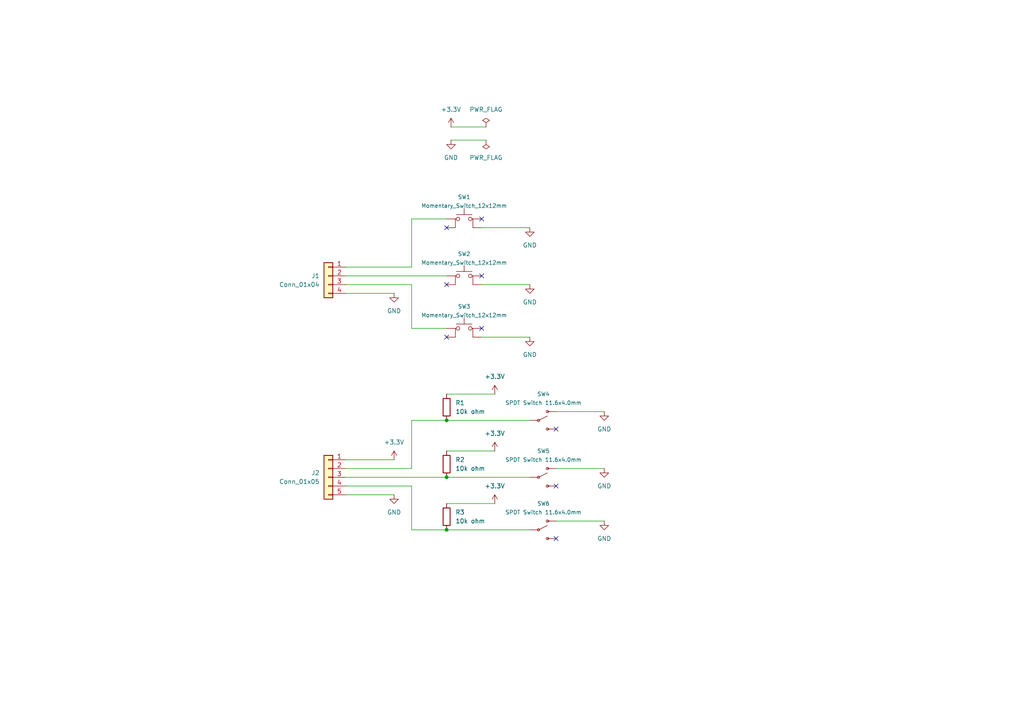
<source format=kicad_sch>
(kicad_sch
	(version 20231120)
	(generator "eeschema")
	(generator_version "8.0")
	(uuid "8f49586a-a357-465f-a327-467aa88bce75")
	(paper "A4")
	(title_block
		(title "SwitchesModule")
		(date "2024-04-26")
		(rev "v0.1")
		(comment 1 "PSH Portable Smart Hangboard")
		(comment 2 "April 2024")
	)
	(lib_symbols
		(symbol "Connector_Generic:Conn_01x04"
			(pin_names
				(offset 1.016) hide)
			(exclude_from_sim no)
			(in_bom yes)
			(on_board yes)
			(property "Reference" "J"
				(at 0 5.08 0)
				(effects
					(font
						(size 1.27 1.27)
					)
				)
			)
			(property "Value" "Conn_01x04"
				(at 0 -7.62 0)
				(effects
					(font
						(size 1.27 1.27)
					)
				)
			)
			(property "Footprint" ""
				(at 0 0 0)
				(effects
					(font
						(size 1.27 1.27)
					)
					(hide yes)
				)
			)
			(property "Datasheet" "~"
				(at 0 0 0)
				(effects
					(font
						(size 1.27 1.27)
					)
					(hide yes)
				)
			)
			(property "Description" "Generic connector, single row, 01x04, script generated (kicad-library-utils/schlib/autogen/connector/)"
				(at 0 0 0)
				(effects
					(font
						(size 1.27 1.27)
					)
					(hide yes)
				)
			)
			(property "ki_keywords" "connector"
				(at 0 0 0)
				(effects
					(font
						(size 1.27 1.27)
					)
					(hide yes)
				)
			)
			(property "ki_fp_filters" "Connector*:*_1x??_*"
				(at 0 0 0)
				(effects
					(font
						(size 1.27 1.27)
					)
					(hide yes)
				)
			)
			(symbol "Conn_01x04_1_1"
				(rectangle
					(start -1.27 -4.953)
					(end 0 -5.207)
					(stroke
						(width 0.1524)
						(type default)
					)
					(fill
						(type none)
					)
				)
				(rectangle
					(start -1.27 -2.413)
					(end 0 -2.667)
					(stroke
						(width 0.1524)
						(type default)
					)
					(fill
						(type none)
					)
				)
				(rectangle
					(start -1.27 0.127)
					(end 0 -0.127)
					(stroke
						(width 0.1524)
						(type default)
					)
					(fill
						(type none)
					)
				)
				(rectangle
					(start -1.27 2.667)
					(end 0 2.413)
					(stroke
						(width 0.1524)
						(type default)
					)
					(fill
						(type none)
					)
				)
				(rectangle
					(start -1.27 3.81)
					(end 1.27 -6.35)
					(stroke
						(width 0.254)
						(type default)
					)
					(fill
						(type background)
					)
				)
				(pin passive line
					(at -5.08 2.54 0)
					(length 3.81)
					(name "Pin_1"
						(effects
							(font
								(size 1.27 1.27)
							)
						)
					)
					(number "1"
						(effects
							(font
								(size 1.27 1.27)
							)
						)
					)
				)
				(pin passive line
					(at -5.08 0 0)
					(length 3.81)
					(name "Pin_2"
						(effects
							(font
								(size 1.27 1.27)
							)
						)
					)
					(number "2"
						(effects
							(font
								(size 1.27 1.27)
							)
						)
					)
				)
				(pin passive line
					(at -5.08 -2.54 0)
					(length 3.81)
					(name "Pin_3"
						(effects
							(font
								(size 1.27 1.27)
							)
						)
					)
					(number "3"
						(effects
							(font
								(size 1.27 1.27)
							)
						)
					)
				)
				(pin passive line
					(at -5.08 -5.08 0)
					(length 3.81)
					(name "Pin_4"
						(effects
							(font
								(size 1.27 1.27)
							)
						)
					)
					(number "4"
						(effects
							(font
								(size 1.27 1.27)
							)
						)
					)
				)
			)
		)
		(symbol "Connector_Generic:Conn_01x05"
			(pin_names
				(offset 1.016) hide)
			(exclude_from_sim no)
			(in_bom yes)
			(on_board yes)
			(property "Reference" "J"
				(at 0 7.62 0)
				(effects
					(font
						(size 1.27 1.27)
					)
				)
			)
			(property "Value" "Conn_01x05"
				(at 0 -7.62 0)
				(effects
					(font
						(size 1.27 1.27)
					)
				)
			)
			(property "Footprint" ""
				(at 0 0 0)
				(effects
					(font
						(size 1.27 1.27)
					)
					(hide yes)
				)
			)
			(property "Datasheet" "~"
				(at 0 0 0)
				(effects
					(font
						(size 1.27 1.27)
					)
					(hide yes)
				)
			)
			(property "Description" "Generic connector, single row, 01x05, script generated (kicad-library-utils/schlib/autogen/connector/)"
				(at 0 0 0)
				(effects
					(font
						(size 1.27 1.27)
					)
					(hide yes)
				)
			)
			(property "ki_keywords" "connector"
				(at 0 0 0)
				(effects
					(font
						(size 1.27 1.27)
					)
					(hide yes)
				)
			)
			(property "ki_fp_filters" "Connector*:*_1x??_*"
				(at 0 0 0)
				(effects
					(font
						(size 1.27 1.27)
					)
					(hide yes)
				)
			)
			(symbol "Conn_01x05_1_1"
				(rectangle
					(start -1.27 -4.953)
					(end 0 -5.207)
					(stroke
						(width 0.1524)
						(type default)
					)
					(fill
						(type none)
					)
				)
				(rectangle
					(start -1.27 -2.413)
					(end 0 -2.667)
					(stroke
						(width 0.1524)
						(type default)
					)
					(fill
						(type none)
					)
				)
				(rectangle
					(start -1.27 0.127)
					(end 0 -0.127)
					(stroke
						(width 0.1524)
						(type default)
					)
					(fill
						(type none)
					)
				)
				(rectangle
					(start -1.27 2.667)
					(end 0 2.413)
					(stroke
						(width 0.1524)
						(type default)
					)
					(fill
						(type none)
					)
				)
				(rectangle
					(start -1.27 5.207)
					(end 0 4.953)
					(stroke
						(width 0.1524)
						(type default)
					)
					(fill
						(type none)
					)
				)
				(rectangle
					(start -1.27 6.35)
					(end 1.27 -6.35)
					(stroke
						(width 0.254)
						(type default)
					)
					(fill
						(type background)
					)
				)
				(pin passive line
					(at -5.08 5.08 0)
					(length 3.81)
					(name "Pin_1"
						(effects
							(font
								(size 1.27 1.27)
							)
						)
					)
					(number "1"
						(effects
							(font
								(size 1.27 1.27)
							)
						)
					)
				)
				(pin passive line
					(at -5.08 2.54 0)
					(length 3.81)
					(name "Pin_2"
						(effects
							(font
								(size 1.27 1.27)
							)
						)
					)
					(number "2"
						(effects
							(font
								(size 1.27 1.27)
							)
						)
					)
				)
				(pin passive line
					(at -5.08 0 0)
					(length 3.81)
					(name "Pin_3"
						(effects
							(font
								(size 1.27 1.27)
							)
						)
					)
					(number "3"
						(effects
							(font
								(size 1.27 1.27)
							)
						)
					)
				)
				(pin passive line
					(at -5.08 -2.54 0)
					(length 3.81)
					(name "Pin_4"
						(effects
							(font
								(size 1.27 1.27)
							)
						)
					)
					(number "4"
						(effects
							(font
								(size 1.27 1.27)
							)
						)
					)
				)
				(pin passive line
					(at -5.08 -5.08 0)
					(length 3.81)
					(name "Pin_5"
						(effects
							(font
								(size 1.27 1.27)
							)
						)
					)
					(number "5"
						(effects
							(font
								(size 1.27 1.27)
							)
						)
					)
				)
			)
		)
		(symbol "Device:R"
			(pin_numbers hide)
			(pin_names
				(offset 0)
			)
			(exclude_from_sim no)
			(in_bom yes)
			(on_board yes)
			(property "Reference" "R"
				(at 2.032 0 90)
				(effects
					(font
						(size 1.27 1.27)
					)
				)
			)
			(property "Value" "R"
				(at 0 0 90)
				(effects
					(font
						(size 1.27 1.27)
					)
				)
			)
			(property "Footprint" ""
				(at -1.778 0 90)
				(effects
					(font
						(size 1.27 1.27)
					)
					(hide yes)
				)
			)
			(property "Datasheet" "~"
				(at 0 0 0)
				(effects
					(font
						(size 1.27 1.27)
					)
					(hide yes)
				)
			)
			(property "Description" "Resistor"
				(at 0 0 0)
				(effects
					(font
						(size 1.27 1.27)
					)
					(hide yes)
				)
			)
			(property "ki_keywords" "R res resistor"
				(at 0 0 0)
				(effects
					(font
						(size 1.27 1.27)
					)
					(hide yes)
				)
			)
			(property "ki_fp_filters" "R_*"
				(at 0 0 0)
				(effects
					(font
						(size 1.27 1.27)
					)
					(hide yes)
				)
			)
			(symbol "R_0_1"
				(rectangle
					(start -1.016 -2.54)
					(end 1.016 2.54)
					(stroke
						(width 0.254)
						(type default)
					)
					(fill
						(type none)
					)
				)
			)
			(symbol "R_1_1"
				(pin passive line
					(at 0 3.81 270)
					(length 1.27)
					(name "~"
						(effects
							(font
								(size 1.27 1.27)
							)
						)
					)
					(number "1"
						(effects
							(font
								(size 1.27 1.27)
							)
						)
					)
				)
				(pin passive line
					(at 0 -3.81 90)
					(length 1.27)
					(name "~"
						(effects
							(font
								(size 1.27 1.27)
							)
						)
					)
					(number "2"
						(effects
							(font
								(size 1.27 1.27)
							)
						)
					)
				)
			)
		)
		(symbol "Momentary Switch 12x12mm:Momentary_Switch_12x12mm"
			(pin_numbers hide)
			(pin_names
				(offset 1.016) hide)
			(exclude_from_sim no)
			(in_bom yes)
			(on_board yes)
			(property "Reference" "SW"
				(at -1.27 3.81 0)
				(effects
					(font
						(size 1.143 1.143)
					)
					(justify left bottom)
				)
			)
			(property "Value" "Momentary_Switch_12x12mm"
				(at -12.7 -6.35 0)
				(effects
					(font
						(size 1.143 1.143)
					)
					(justify left bottom)
				)
			)
			(property "Footprint" "Footprints:Momentary Switch 12x12mm"
				(at 0 6.35 0)
				(effects
					(font
						(size 0.508 0.508)
					)
					(hide yes)
				)
			)
			(property "Datasheet" ""
				(at 0 0 0)
				(effects
					(font
						(size 1.27 1.27)
					)
					(hide yes)
				)
			)
			(property "Description" ""
				(at 0 3.81 0)
				(effects
					(font
						(size 1.524 1.524)
					)
				)
			)
			(property "ki_keywords" "PROD_ID:SWCH-09185"
				(at 0 0 0)
				(effects
					(font
						(size 1.27 1.27)
					)
					(hide yes)
				)
			)
			(property "ki_fp_filters" "*TACTILE_SWITCH_PTH_12MM* *TACTILE_SWITCH_SMD_5.2MM* *TACTILE_SWITCH_SMD_12MM*"
				(at 0 0 0)
				(effects
					(font
						(size 1.27 1.27)
					)
					(hide yes)
				)
			)
			(symbol "Momentary_Switch_12x12mm_0_1"
				(circle
					(center -1.778 0)
					(radius 0.508)
					(stroke
						(width 0)
						(type default)
					)
					(fill
						(type none)
					)
				)
				(polyline
					(pts
						(xy -2.286 1.27) (xy 2.286 1.27)
					)
					(stroke
						(width 0)
						(type default)
					)
					(fill
						(type none)
					)
				)
				(polyline
					(pts
						(xy 0 1.27) (xy 0 3.048)
					)
					(stroke
						(width 0)
						(type default)
					)
					(fill
						(type none)
					)
				)
				(polyline
					(pts
						(xy -2.54 -2.54) (xy -2.54 0) (xy -2.286 0)
					)
					(stroke
						(width 0)
						(type default)
					)
					(fill
						(type none)
					)
				)
				(polyline
					(pts
						(xy 2.54 -2.54) (xy 2.54 0) (xy 2.286 0)
					)
					(stroke
						(width 0)
						(type default)
					)
					(fill
						(type none)
					)
				)
				(circle
					(center 1.778 0)
					(radius 0.508)
					(stroke
						(width 0)
						(type default)
					)
					(fill
						(type none)
					)
				)
				(pin passive line
					(at -5.08 0 0)
					(length 2.54)
					(name "1"
						(effects
							(font
								(size 1.27 1.27)
							)
						)
					)
					(number "1"
						(effects
							(font
								(size 1.27 1.27)
							)
						)
					)
				)
				(pin passive line
					(at -5.08 -2.54 0)
					(length 2.54)
					(name "2"
						(effects
							(font
								(size 1.27 1.27)
							)
						)
					)
					(number "2"
						(effects
							(font
								(size 1.27 1.27)
							)
						)
					)
				)
				(pin passive line
					(at 5.08 -2.54 180)
					(length 2.54)
					(name "K"
						(effects
							(font
								(size 1.27 1.27)
							)
						)
					)
					(number "3"
						(effects
							(font
								(size 1.27 1.27)
							)
						)
					)
				)
				(pin passive line
					(at 5.08 0 180)
					(length 2.54)
					(name "A"
						(effects
							(font
								(size 1.27 1.27)
							)
						)
					)
					(number "4"
						(effects
							(font
								(size 1.27 1.27)
							)
						)
					)
				)
			)
		)
		(symbol "SPDT Switch 11.6x4.0mm:SPDT Switch 11.6x4.0mm"
			(pin_numbers hide)
			(pin_names
				(offset 1.016) hide)
			(exclude_from_sim no)
			(in_bom yes)
			(on_board yes)
			(property "Reference" "SW"
				(at -1.27 3.81 0)
				(effects
					(font
						(size 1.143 1.143)
					)
					(justify left bottom)
				)
			)
			(property "Value" "SPDT Switch 11.6x4.0mm"
				(at -12.7 -5.08 0)
				(effects
					(font
						(size 1.143 1.143)
					)
					(justify left bottom)
				)
			)
			(property "Footprint" "Footprints:SPDT Switch 11.6x4.0mm"
				(at 0 6.35 0)
				(effects
					(font
						(size 0.508 0.508)
					)
					(hide yes)
				)
			)
			(property "Datasheet" ""
				(at 0 0 0)
				(effects
					(font
						(size 1.27 1.27)
					)
					(hide yes)
				)
			)
			(property "Description" ""
				(at 0 7.62 0)
				(effects
					(font
						(size 1.524 1.524)
					)
				)
			)
			(property "ki_keywords" "PROD_ID:SWCH-08261"
				(at 0 0 0)
				(effects
					(font
						(size 1.27 1.27)
					)
					(hide yes)
				)
			)
			(property "ki_fp_filters" "*SWITCH_SPDT_PTH_11.6X4.0MM* *SWITCH_SPDT_PTH_11.6X4.0MM_KIT* *SWITCH_SPDT_PTH_11.6X4.0MM_LOCK* *SWITCH_DPDT_SMD_AYZ0202* *SWITCH_SPST_SMD_A*"
				(at 0 0 0)
				(effects
					(font
						(size 1.27 1.27)
					)
					(hide yes)
				)
			)
			(symbol "SPDT Switch 11.6x4.0mm_1_0"
				(polyline
					(pts
						(xy 0 0) (xy 2.54 1.27)
					)
					(stroke
						(width 0)
						(type solid)
					)
					(fill
						(type none)
					)
				)
				(polyline
					(pts
						(xy 2.54 -2.54) (xy 3.175 -2.54)
					)
					(stroke
						(width 0)
						(type solid)
					)
					(fill
						(type none)
					)
				)
				(polyline
					(pts
						(xy 2.54 2.54) (xy 3.175 2.54)
					)
					(stroke
						(width 0)
						(type solid)
					)
					(fill
						(type none)
					)
				)
			)
			(symbol "SPDT Switch 11.6x4.0mm_1_1"
				(circle
					(center 0 0)
					(radius 0.3556)
					(stroke
						(width 0)
						(type solid)
					)
					(fill
						(type none)
					)
				)
				(circle
					(center 2.54 -2.54)
					(radius 0.3556)
					(stroke
						(width 0)
						(type solid)
					)
					(fill
						(type none)
					)
				)
				(circle
					(center 2.54 2.54)
					(radius 0.3556)
					(stroke
						(width 0)
						(type solid)
					)
					(fill
						(type none)
					)
				)
				(pin passive line
					(at 5.08 2.54 180)
					(length 2.54)
					(name "O"
						(effects
							(font
								(size 1.016 1.016)
							)
						)
					)
					(number "1"
						(effects
							(font
								(size 1.016 1.016)
							)
						)
					)
				)
				(pin passive line
					(at -2.54 0 0)
					(length 2.54)
					(name "P"
						(effects
							(font
								(size 1.016 1.016)
							)
						)
					)
					(number "2"
						(effects
							(font
								(size 1.016 1.016)
							)
						)
					)
				)
				(pin passive line
					(at 5.08 -2.54 180)
					(length 2.54)
					(name "S"
						(effects
							(font
								(size 1.016 1.016)
							)
						)
					)
					(number "3"
						(effects
							(font
								(size 1.016 1.016)
							)
						)
					)
				)
			)
		)
		(symbol "power:+3.3V"
			(power)
			(pin_numbers hide)
			(pin_names
				(offset 0) hide)
			(exclude_from_sim no)
			(in_bom yes)
			(on_board yes)
			(property "Reference" "#PWR"
				(at 0 -3.81 0)
				(effects
					(font
						(size 1.27 1.27)
					)
					(hide yes)
				)
			)
			(property "Value" "+3.3V"
				(at 0 3.556 0)
				(effects
					(font
						(size 1.27 1.27)
					)
				)
			)
			(property "Footprint" ""
				(at 0 0 0)
				(effects
					(font
						(size 1.27 1.27)
					)
					(hide yes)
				)
			)
			(property "Datasheet" ""
				(at 0 0 0)
				(effects
					(font
						(size 1.27 1.27)
					)
					(hide yes)
				)
			)
			(property "Description" "Power symbol creates a global label with name \"+3.3V\""
				(at 0 0 0)
				(effects
					(font
						(size 1.27 1.27)
					)
					(hide yes)
				)
			)
			(property "ki_keywords" "global power"
				(at 0 0 0)
				(effects
					(font
						(size 1.27 1.27)
					)
					(hide yes)
				)
			)
			(symbol "+3.3V_0_1"
				(polyline
					(pts
						(xy -0.762 1.27) (xy 0 2.54)
					)
					(stroke
						(width 0)
						(type default)
					)
					(fill
						(type none)
					)
				)
				(polyline
					(pts
						(xy 0 0) (xy 0 2.54)
					)
					(stroke
						(width 0)
						(type default)
					)
					(fill
						(type none)
					)
				)
				(polyline
					(pts
						(xy 0 2.54) (xy 0.762 1.27)
					)
					(stroke
						(width 0)
						(type default)
					)
					(fill
						(type none)
					)
				)
			)
			(symbol "+3.3V_1_1"
				(pin power_in line
					(at 0 0 90)
					(length 0)
					(name "~"
						(effects
							(font
								(size 1.27 1.27)
							)
						)
					)
					(number "1"
						(effects
							(font
								(size 1.27 1.27)
							)
						)
					)
				)
			)
		)
		(symbol "power:GND"
			(power)
			(pin_numbers hide)
			(pin_names
				(offset 0) hide)
			(exclude_from_sim no)
			(in_bom yes)
			(on_board yes)
			(property "Reference" "#PWR"
				(at 0 -6.35 0)
				(effects
					(font
						(size 1.27 1.27)
					)
					(hide yes)
				)
			)
			(property "Value" "GND"
				(at 0 -3.81 0)
				(effects
					(font
						(size 1.27 1.27)
					)
				)
			)
			(property "Footprint" ""
				(at 0 0 0)
				(effects
					(font
						(size 1.27 1.27)
					)
					(hide yes)
				)
			)
			(property "Datasheet" ""
				(at 0 0 0)
				(effects
					(font
						(size 1.27 1.27)
					)
					(hide yes)
				)
			)
			(property "Description" "Power symbol creates a global label with name \"GND\" , ground"
				(at 0 0 0)
				(effects
					(font
						(size 1.27 1.27)
					)
					(hide yes)
				)
			)
			(property "ki_keywords" "global power"
				(at 0 0 0)
				(effects
					(font
						(size 1.27 1.27)
					)
					(hide yes)
				)
			)
			(symbol "GND_0_1"
				(polyline
					(pts
						(xy 0 0) (xy 0 -1.27) (xy 1.27 -1.27) (xy 0 -2.54) (xy -1.27 -1.27) (xy 0 -1.27)
					)
					(stroke
						(width 0)
						(type default)
					)
					(fill
						(type none)
					)
				)
			)
			(symbol "GND_1_1"
				(pin power_in line
					(at 0 0 270)
					(length 0)
					(name "~"
						(effects
							(font
								(size 1.27 1.27)
							)
						)
					)
					(number "1"
						(effects
							(font
								(size 1.27 1.27)
							)
						)
					)
				)
			)
		)
		(symbol "power:PWR_FLAG"
			(power)
			(pin_numbers hide)
			(pin_names
				(offset 0) hide)
			(exclude_from_sim no)
			(in_bom yes)
			(on_board yes)
			(property "Reference" "#FLG"
				(at 0 1.905 0)
				(effects
					(font
						(size 1.27 1.27)
					)
					(hide yes)
				)
			)
			(property "Value" "PWR_FLAG"
				(at 0 3.81 0)
				(effects
					(font
						(size 1.27 1.27)
					)
				)
			)
			(property "Footprint" ""
				(at 0 0 0)
				(effects
					(font
						(size 1.27 1.27)
					)
					(hide yes)
				)
			)
			(property "Datasheet" "~"
				(at 0 0 0)
				(effects
					(font
						(size 1.27 1.27)
					)
					(hide yes)
				)
			)
			(property "Description" "Special symbol for telling ERC where power comes from"
				(at 0 0 0)
				(effects
					(font
						(size 1.27 1.27)
					)
					(hide yes)
				)
			)
			(property "ki_keywords" "flag power"
				(at 0 0 0)
				(effects
					(font
						(size 1.27 1.27)
					)
					(hide yes)
				)
			)
			(symbol "PWR_FLAG_0_0"
				(pin power_out line
					(at 0 0 90)
					(length 0)
					(name "~"
						(effects
							(font
								(size 1.27 1.27)
							)
						)
					)
					(number "1"
						(effects
							(font
								(size 1.27 1.27)
							)
						)
					)
				)
			)
			(symbol "PWR_FLAG_0_1"
				(polyline
					(pts
						(xy 0 0) (xy 0 1.27) (xy -1.016 1.905) (xy 0 2.54) (xy 1.016 1.905) (xy 0 1.27)
					)
					(stroke
						(width 0)
						(type default)
					)
					(fill
						(type none)
					)
				)
			)
		)
	)
	(junction
		(at 129.54 153.67)
		(diameter 0)
		(color 0 0 0 0)
		(uuid "1d1cab65-1c30-4cb7-be27-66da3b2dabdf")
	)
	(junction
		(at 129.54 138.43)
		(diameter 0)
		(color 0 0 0 0)
		(uuid "523ff23f-f7b4-49bb-aad0-bcce30bc2f15")
	)
	(junction
		(at 129.54 121.92)
		(diameter 0)
		(color 0 0 0 0)
		(uuid "c2ad66fe-33e5-44a9-9d1e-e02105f99286")
	)
	(no_connect
		(at 161.29 124.46)
		(uuid "0b32532b-04cf-4625-87ef-474796dd9552")
	)
	(no_connect
		(at 139.7 63.5)
		(uuid "14de5d9b-07ff-4a40-a93c-08c70b5aa8c9")
	)
	(no_connect
		(at 139.7 80.01)
		(uuid "8bb1b810-b17a-459a-9443-4decd662264e")
	)
	(no_connect
		(at 129.54 82.55)
		(uuid "94254cd4-6e18-4a56-ac5b-1453ed9e22f4")
	)
	(no_connect
		(at 161.29 156.21)
		(uuid "9b97c5a2-a9f6-421a-a846-b2deb9f6d81b")
	)
	(no_connect
		(at 139.7 95.25)
		(uuid "a1f27789-ca43-4d1d-8f4a-c1c1202baad9")
	)
	(no_connect
		(at 161.29 140.97)
		(uuid "b232c251-5ced-475d-8296-252c5a046055")
	)
	(no_connect
		(at 129.54 66.04)
		(uuid "c83d7e3c-c117-47fa-a23d-66e97fe530a7")
	)
	(no_connect
		(at 129.54 97.79)
		(uuid "c86dd3ed-66fa-41fa-906a-341109f24dfe")
	)
	(wire
		(pts
			(xy 129.54 130.81) (xy 143.51 130.81)
		)
		(stroke
			(width 0)
			(type default)
		)
		(uuid "1e9db7e5-f5a9-4418-a2e7-79b98e2eec10")
	)
	(wire
		(pts
			(xy 129.54 63.5) (xy 119.38 63.5)
		)
		(stroke
			(width 0)
			(type default)
		)
		(uuid "2cdd2cc6-6d97-4b81-8e3a-097f1aaa70f8")
	)
	(wire
		(pts
			(xy 161.29 151.13) (xy 175.26 151.13)
		)
		(stroke
			(width 0)
			(type default)
		)
		(uuid "339d7bea-5c78-4ed7-93ae-f705b961471f")
	)
	(wire
		(pts
			(xy 129.54 153.67) (xy 153.67 153.67)
		)
		(stroke
			(width 0)
			(type default)
		)
		(uuid "453c5296-b3dd-4ab5-acd9-9c3ff544359f")
	)
	(wire
		(pts
			(xy 119.38 121.92) (xy 129.54 121.92)
		)
		(stroke
			(width 0)
			(type default)
		)
		(uuid "46e3190e-5fb1-4ac3-a656-49ef2118589e")
	)
	(wire
		(pts
			(xy 100.33 80.01) (xy 129.54 80.01)
		)
		(stroke
			(width 0)
			(type default)
		)
		(uuid "503f4963-2a4d-4db8-a19d-8942b0f3cb2c")
	)
	(wire
		(pts
			(xy 119.38 135.89) (xy 119.38 121.92)
		)
		(stroke
			(width 0)
			(type default)
		)
		(uuid "518ca732-e188-4cb7-b45e-67fb22ea9215")
	)
	(wire
		(pts
			(xy 139.7 66.04) (xy 153.67 66.04)
		)
		(stroke
			(width 0)
			(type default)
		)
		(uuid "54e00b54-bede-4b91-b795-496a5ed4a710")
	)
	(wire
		(pts
			(xy 140.97 40.64) (xy 130.81 40.64)
		)
		(stroke
			(width 0)
			(type default)
		)
		(uuid "55702232-8314-4e0e-a1ce-ddbece816d67")
	)
	(wire
		(pts
			(xy 161.29 135.89) (xy 175.26 135.89)
		)
		(stroke
			(width 0)
			(type default)
		)
		(uuid "58db0496-56a8-46ec-acea-bfcdfb0f93a0")
	)
	(wire
		(pts
			(xy 140.97 36.83) (xy 130.81 36.83)
		)
		(stroke
			(width 0)
			(type default)
		)
		(uuid "5e6e930e-6b50-40f6-9c7f-199f05270a54")
	)
	(wire
		(pts
			(xy 129.54 121.92) (xy 153.67 121.92)
		)
		(stroke
			(width 0)
			(type default)
		)
		(uuid "625882f6-2ee4-4b6f-9b29-3954a7b9771c")
	)
	(wire
		(pts
			(xy 139.7 82.55) (xy 153.67 82.55)
		)
		(stroke
			(width 0)
			(type default)
		)
		(uuid "6501b354-7196-406e-bdb5-f4d31e857146")
	)
	(wire
		(pts
			(xy 161.29 119.38) (xy 175.26 119.38)
		)
		(stroke
			(width 0)
			(type default)
		)
		(uuid "6c599526-5721-4170-aebd-e4cd30425b30")
	)
	(wire
		(pts
			(xy 100.33 143.51) (xy 114.3 143.51)
		)
		(stroke
			(width 0)
			(type default)
		)
		(uuid "6e70a09a-5f8a-4ea6-bcc5-ead95e481b5e")
	)
	(wire
		(pts
			(xy 139.7 97.79) (xy 153.67 97.79)
		)
		(stroke
			(width 0)
			(type default)
		)
		(uuid "71839f0f-3176-432e-a892-26c7f50b0deb")
	)
	(wire
		(pts
			(xy 100.33 133.35) (xy 114.3 133.35)
		)
		(stroke
			(width 0)
			(type default)
		)
		(uuid "80046072-20fe-462a-bc28-a10ba4c1fcbb")
	)
	(wire
		(pts
			(xy 119.38 95.25) (xy 129.54 95.25)
		)
		(stroke
			(width 0)
			(type default)
		)
		(uuid "8eecd6eb-a31f-490b-a35c-2fc74c907dc3")
	)
	(wire
		(pts
			(xy 119.38 140.97) (xy 119.38 153.67)
		)
		(stroke
			(width 0)
			(type default)
		)
		(uuid "99bb05da-75b5-4942-8b76-9d83e50a0b99")
	)
	(wire
		(pts
			(xy 100.33 135.89) (xy 119.38 135.89)
		)
		(stroke
			(width 0)
			(type default)
		)
		(uuid "aeb13307-0093-49e1-a717-b4492d365973")
	)
	(wire
		(pts
			(xy 100.33 82.55) (xy 119.38 82.55)
		)
		(stroke
			(width 0)
			(type default)
		)
		(uuid "b63bc55a-8cab-4c30-ab25-bc8b43484668")
	)
	(wire
		(pts
			(xy 119.38 63.5) (xy 119.38 77.47)
		)
		(stroke
			(width 0)
			(type default)
		)
		(uuid "b95fb58b-244a-4a60-b02b-1a613383179c")
	)
	(wire
		(pts
			(xy 100.33 140.97) (xy 119.38 140.97)
		)
		(stroke
			(width 0)
			(type default)
		)
		(uuid "bb4510d1-d998-4fc9-92d1-6a4c401f5d07")
	)
	(wire
		(pts
			(xy 100.33 85.09) (xy 114.3 85.09)
		)
		(stroke
			(width 0)
			(type default)
		)
		(uuid "bc5ebc61-f018-430e-b78e-55ba98ff9a2a")
	)
	(wire
		(pts
			(xy 129.54 114.3) (xy 143.51 114.3)
		)
		(stroke
			(width 0)
			(type default)
		)
		(uuid "c024542b-f8a0-4b98-9798-73db024f1286")
	)
	(wire
		(pts
			(xy 129.54 138.43) (xy 153.67 138.43)
		)
		(stroke
			(width 0)
			(type default)
		)
		(uuid "c6ee5289-6a26-4cb8-a89a-5be66be4d374")
	)
	(wire
		(pts
			(xy 119.38 82.55) (xy 119.38 95.25)
		)
		(stroke
			(width 0)
			(type default)
		)
		(uuid "dea3a078-ebae-4be0-96f7-8e2dc3d02e41")
	)
	(wire
		(pts
			(xy 119.38 153.67) (xy 129.54 153.67)
		)
		(stroke
			(width 0)
			(type default)
		)
		(uuid "e09ec2eb-bf4d-413e-b873-fe0d947782e2")
	)
	(wire
		(pts
			(xy 119.38 77.47) (xy 100.33 77.47)
		)
		(stroke
			(width 0)
			(type default)
		)
		(uuid "e2bd0c12-ff2d-4bad-aaa1-67352de04918")
	)
	(wire
		(pts
			(xy 129.54 146.05) (xy 143.51 146.05)
		)
		(stroke
			(width 0)
			(type default)
		)
		(uuid "e3c718ba-208b-43fe-8f5b-75932863b703")
	)
	(wire
		(pts
			(xy 100.33 138.43) (xy 129.54 138.43)
		)
		(stroke
			(width 0)
			(type default)
		)
		(uuid "feb8ba01-c41e-4a6e-9a5b-d963077f8e62")
	)
	(symbol
		(lib_id "power:+3.3V")
		(at 114.3 133.35 0)
		(unit 1)
		(exclude_from_sim no)
		(in_bom yes)
		(on_board yes)
		(dnp no)
		(fields_autoplaced yes)
		(uuid "00aa984f-9e52-42d0-a599-363a5007f174")
		(property "Reference" "#PWR02"
			(at 114.3 137.16 0)
			(effects
				(font
					(size 1.27 1.27)
				)
				(hide yes)
			)
		)
		(property "Value" "+3.3V"
			(at 114.3 128.27 0)
			(effects
				(font
					(size 1.27 1.27)
				)
			)
		)
		(property "Footprint" ""
			(at 114.3 133.35 0)
			(effects
				(font
					(size 1.27 1.27)
				)
				(hide yes)
			)
		)
		(property "Datasheet" ""
			(at 114.3 133.35 0)
			(effects
				(font
					(size 1.27 1.27)
				)
				(hide yes)
			)
		)
		(property "Description" "Power symbol creates a global label with name \"+3.3V\""
			(at 114.3 133.35 0)
			(effects
				(font
					(size 1.27 1.27)
				)
				(hide yes)
			)
		)
		(pin "1"
			(uuid "bc44318d-3777-4bbb-bb0b-e7c5c7c70c87")
		)
		(instances
			(project "SwitchesModule"
				(path "/8f49586a-a357-465f-a327-467aa88bce75"
					(reference "#PWR02")
					(unit 1)
				)
			)
		)
	)
	(symbol
		(lib_id "power:GND")
		(at 114.3 143.51 0)
		(unit 1)
		(exclude_from_sim no)
		(in_bom yes)
		(on_board yes)
		(dnp no)
		(fields_autoplaced yes)
		(uuid "059a6c8e-c1ec-45bd-8905-81a1751a8a5e")
		(property "Reference" "#PWR03"
			(at 114.3 149.86 0)
			(effects
				(font
					(size 1.27 1.27)
				)
				(hide yes)
			)
		)
		(property "Value" "GND"
			(at 114.3 148.59 0)
			(effects
				(font
					(size 1.27 1.27)
				)
			)
		)
		(property "Footprint" ""
			(at 114.3 143.51 0)
			(effects
				(font
					(size 1.27 1.27)
				)
				(hide yes)
			)
		)
		(property "Datasheet" ""
			(at 114.3 143.51 0)
			(effects
				(font
					(size 1.27 1.27)
				)
				(hide yes)
			)
		)
		(property "Description" "Power symbol creates a global label with name \"GND\" , ground"
			(at 114.3 143.51 0)
			(effects
				(font
					(size 1.27 1.27)
				)
				(hide yes)
			)
		)
		(pin "1"
			(uuid "802438be-fec0-444f-82b2-665bcc5d526b")
		)
		(instances
			(project "SwitchesModule"
				(path "/8f49586a-a357-465f-a327-467aa88bce75"
					(reference "#PWR03")
					(unit 1)
				)
			)
		)
	)
	(symbol
		(lib_id "Device:R")
		(at 129.54 118.11 0)
		(unit 1)
		(exclude_from_sim no)
		(in_bom yes)
		(on_board yes)
		(dnp no)
		(fields_autoplaced yes)
		(uuid "144e6594-d18d-4a7d-b276-5e402b72e89f")
		(property "Reference" "R1"
			(at 132.08 116.8399 0)
			(effects
				(font
					(size 1.27 1.27)
				)
				(justify left)
			)
		)
		(property "Value" "10k ohm"
			(at 132.08 119.3799 0)
			(effects
				(font
					(size 1.27 1.27)
				)
				(justify left)
			)
		)
		(property "Footprint" "Resistor_THT:R_Axial_DIN0207_L6.3mm_D2.5mm_P7.62mm_Horizontal"
			(at 127.762 118.11 90)
			(effects
				(font
					(size 1.27 1.27)
				)
				(hide yes)
			)
		)
		(property "Datasheet" "~"
			(at 129.54 118.11 0)
			(effects
				(font
					(size 1.27 1.27)
				)
				(hide yes)
			)
		)
		(property "Description" "Resistor"
			(at 129.54 118.11 0)
			(effects
				(font
					(size 1.27 1.27)
				)
				(hide yes)
			)
		)
		(pin "1"
			(uuid "679b7f77-7ea2-485e-9db5-96358322f3b3")
		)
		(pin "2"
			(uuid "b6c393a5-ff99-4a04-bd2e-5e04356cec8b")
		)
		(instances
			(project "SwitchesModule"
				(path "/8f49586a-a357-465f-a327-467aa88bce75"
					(reference "R1")
					(unit 1)
				)
			)
		)
	)
	(symbol
		(lib_id "power:GND")
		(at 114.3 85.09 0)
		(unit 1)
		(exclude_from_sim no)
		(in_bom yes)
		(on_board yes)
		(dnp no)
		(fields_autoplaced yes)
		(uuid "1d9be361-006e-4908-a9af-84b97716b53a")
		(property "Reference" "#PWR01"
			(at 114.3 91.44 0)
			(effects
				(font
					(size 1.27 1.27)
				)
				(hide yes)
			)
		)
		(property "Value" "GND"
			(at 114.3 90.17 0)
			(effects
				(font
					(size 1.27 1.27)
				)
			)
		)
		(property "Footprint" ""
			(at 114.3 85.09 0)
			(effects
				(font
					(size 1.27 1.27)
				)
				(hide yes)
			)
		)
		(property "Datasheet" ""
			(at 114.3 85.09 0)
			(effects
				(font
					(size 1.27 1.27)
				)
				(hide yes)
			)
		)
		(property "Description" "Power symbol creates a global label with name \"GND\" , ground"
			(at 114.3 85.09 0)
			(effects
				(font
					(size 1.27 1.27)
				)
				(hide yes)
			)
		)
		(pin "1"
			(uuid "709d20fa-1dab-4064-8d64-d28b71c7b5b0")
		)
		(instances
			(project "SwitchesModule"
				(path "/8f49586a-a357-465f-a327-467aa88bce75"
					(reference "#PWR01")
					(unit 1)
				)
			)
		)
	)
	(symbol
		(lib_id "power:GND")
		(at 153.67 97.79 0)
		(unit 1)
		(exclude_from_sim no)
		(in_bom yes)
		(on_board yes)
		(dnp no)
		(fields_autoplaced yes)
		(uuid "27d3b8c6-9261-4249-bb39-05c82b32704f")
		(property "Reference" "#PWR011"
			(at 153.67 104.14 0)
			(effects
				(font
					(size 1.27 1.27)
				)
				(hide yes)
			)
		)
		(property "Value" "GND"
			(at 153.67 102.87 0)
			(effects
				(font
					(size 1.27 1.27)
				)
			)
		)
		(property "Footprint" ""
			(at 153.67 97.79 0)
			(effects
				(font
					(size 1.27 1.27)
				)
				(hide yes)
			)
		)
		(property "Datasheet" ""
			(at 153.67 97.79 0)
			(effects
				(font
					(size 1.27 1.27)
				)
				(hide yes)
			)
		)
		(property "Description" "Power symbol creates a global label with name \"GND\" , ground"
			(at 153.67 97.79 0)
			(effects
				(font
					(size 1.27 1.27)
				)
				(hide yes)
			)
		)
		(pin "1"
			(uuid "c84d3016-3843-4a65-97b4-0dff74df5ef0")
		)
		(instances
			(project "SwitchesModule"
				(path "/8f49586a-a357-465f-a327-467aa88bce75"
					(reference "#PWR011")
					(unit 1)
				)
			)
		)
	)
	(symbol
		(lib_id "power:+3.3V")
		(at 143.51 130.81 0)
		(unit 1)
		(exclude_from_sim no)
		(in_bom yes)
		(on_board yes)
		(dnp no)
		(fields_autoplaced yes)
		(uuid "2c5a4e26-c029-4120-a377-aa91352087d6")
		(property "Reference" "#PWR07"
			(at 143.51 134.62 0)
			(effects
				(font
					(size 1.27 1.27)
				)
				(hide yes)
			)
		)
		(property "Value" "+3.3V"
			(at 143.51 125.73 0)
			(effects
				(font
					(size 1.27 1.27)
				)
			)
		)
		(property "Footprint" ""
			(at 143.51 130.81 0)
			(effects
				(font
					(size 1.27 1.27)
				)
				(hide yes)
			)
		)
		(property "Datasheet" ""
			(at 143.51 130.81 0)
			(effects
				(font
					(size 1.27 1.27)
				)
				(hide yes)
			)
		)
		(property "Description" "Power symbol creates a global label with name \"+3.3V\""
			(at 143.51 130.81 0)
			(effects
				(font
					(size 1.27 1.27)
				)
				(hide yes)
			)
		)
		(pin "1"
			(uuid "628dd333-ad8f-426e-9419-d0a93f41d211")
		)
		(instances
			(project "SwitchesModule"
				(path "/8f49586a-a357-465f-a327-467aa88bce75"
					(reference "#PWR07")
					(unit 1)
				)
			)
		)
	)
	(symbol
		(lib_id "power:GND")
		(at 153.67 66.04 0)
		(unit 1)
		(exclude_from_sim no)
		(in_bom yes)
		(on_board yes)
		(dnp no)
		(fields_autoplaced yes)
		(uuid "2f425316-90d9-4b2d-b572-ff6070a59e3b")
		(property "Reference" "#PWR09"
			(at 153.67 72.39 0)
			(effects
				(font
					(size 1.27 1.27)
				)
				(hide yes)
			)
		)
		(property "Value" "GND"
			(at 153.67 71.12 0)
			(effects
				(font
					(size 1.27 1.27)
				)
			)
		)
		(property "Footprint" ""
			(at 153.67 66.04 0)
			(effects
				(font
					(size 1.27 1.27)
				)
				(hide yes)
			)
		)
		(property "Datasheet" ""
			(at 153.67 66.04 0)
			(effects
				(font
					(size 1.27 1.27)
				)
				(hide yes)
			)
		)
		(property "Description" "Power symbol creates a global label with name \"GND\" , ground"
			(at 153.67 66.04 0)
			(effects
				(font
					(size 1.27 1.27)
				)
				(hide yes)
			)
		)
		(pin "1"
			(uuid "60da8048-f8d4-47a0-869a-265c433d9ef7")
		)
		(instances
			(project "SwitchesModule"
				(path "/8f49586a-a357-465f-a327-467aa88bce75"
					(reference "#PWR09")
					(unit 1)
				)
			)
		)
	)
	(symbol
		(lib_id "power:+3.3V")
		(at 130.81 36.83 0)
		(unit 1)
		(exclude_from_sim no)
		(in_bom yes)
		(on_board yes)
		(dnp no)
		(fields_autoplaced yes)
		(uuid "44e1c747-c65d-4e3e-bfb2-fe5088bf0ac1")
		(property "Reference" "#PWR04"
			(at 130.81 40.64 0)
			(effects
				(font
					(size 1.27 1.27)
				)
				(hide yes)
			)
		)
		(property "Value" "+3.3V"
			(at 130.81 31.75 0)
			(effects
				(font
					(size 1.27 1.27)
				)
			)
		)
		(property "Footprint" ""
			(at 130.81 36.83 0)
			(effects
				(font
					(size 1.27 1.27)
				)
				(hide yes)
			)
		)
		(property "Datasheet" ""
			(at 130.81 36.83 0)
			(effects
				(font
					(size 1.27 1.27)
				)
				(hide yes)
			)
		)
		(property "Description" "Power symbol creates a global label with name \"+3.3V\""
			(at 130.81 36.83 0)
			(effects
				(font
					(size 1.27 1.27)
				)
				(hide yes)
			)
		)
		(pin "1"
			(uuid "94eec614-2c53-4fa2-acfd-2fbe4bacf96e")
		)
		(instances
			(project "SwitchesModule"
				(path "/8f49586a-a357-465f-a327-467aa88bce75"
					(reference "#PWR04")
					(unit 1)
				)
			)
		)
	)
	(symbol
		(lib_id "SPDT Switch 11.6x4.0mm:SPDT Switch 11.6x4.0mm")
		(at 156.21 121.92 0)
		(unit 1)
		(exclude_from_sim no)
		(in_bom yes)
		(on_board yes)
		(dnp no)
		(fields_autoplaced yes)
		(uuid "46738d4c-98d0-4765-af2a-d0de51518eda")
		(property "Reference" "SW4"
			(at 157.6197 114.3 0)
			(effects
				(font
					(size 1.143 1.143)
				)
			)
		)
		(property "Value" "SPDT Switch 11.6x4.0mm"
			(at 157.6197 116.84 0)
			(effects
				(font
					(size 1.143 1.143)
				)
			)
		)
		(property "Footprint" "Footprints:SPDT Switch 11.6x4.0mm"
			(at 156.21 115.57 0)
			(effects
				(font
					(size 0.508 0.508)
				)
				(hide yes)
			)
		)
		(property "Datasheet" ""
			(at 156.21 121.92 0)
			(effects
				(font
					(size 1.27 1.27)
				)
				(hide yes)
			)
		)
		(property "Description" ""
			(at 156.21 114.3 0)
			(effects
				(font
					(size 1.524 1.524)
				)
			)
		)
		(pin "2"
			(uuid "bd6b3ce7-b667-464f-bde3-187976caf533")
		)
		(pin "1"
			(uuid "336e84ee-99c1-49d0-82a3-ce7f7a99b1f9")
		)
		(pin "3"
			(uuid "8523e29f-bf63-46fd-807c-5d954490a960")
		)
		(instances
			(project "SwitchesModule"
				(path "/8f49586a-a357-465f-a327-467aa88bce75"
					(reference "SW4")
					(unit 1)
				)
			)
		)
	)
	(symbol
		(lib_id "SPDT Switch 11.6x4.0mm:SPDT Switch 11.6x4.0mm")
		(at 156.21 138.43 0)
		(unit 1)
		(exclude_from_sim no)
		(in_bom yes)
		(on_board yes)
		(dnp no)
		(fields_autoplaced yes)
		(uuid "596418a5-b775-4e6b-8d6b-1b8abaa4fbbf")
		(property "Reference" "SW5"
			(at 157.6197 130.81 0)
			(effects
				(font
					(size 1.143 1.143)
				)
			)
		)
		(property "Value" "SPDT Switch 11.6x4.0mm"
			(at 157.6197 133.35 0)
			(effects
				(font
					(size 1.143 1.143)
				)
			)
		)
		(property "Footprint" "Footprints:SPDT Switch 11.6x4.0mm"
			(at 156.21 132.08 0)
			(effects
				(font
					(size 0.508 0.508)
				)
				(hide yes)
			)
		)
		(property "Datasheet" ""
			(at 156.21 138.43 0)
			(effects
				(font
					(size 1.27 1.27)
				)
				(hide yes)
			)
		)
		(property "Description" ""
			(at 156.21 130.81 0)
			(effects
				(font
					(size 1.524 1.524)
				)
			)
		)
		(pin "2"
			(uuid "c5c126aa-1248-4cba-8d8b-2fe6b734cff6")
		)
		(pin "1"
			(uuid "8574ab30-6592-4fe7-a0fd-3b84a8adc1aa")
		)
		(pin "3"
			(uuid "74c2bff1-f534-4dbe-90e6-99c466b3c1bd")
		)
		(instances
			(project "SwitchesModule"
				(path "/8f49586a-a357-465f-a327-467aa88bce75"
					(reference "SW5")
					(unit 1)
				)
			)
		)
	)
	(symbol
		(lib_id "Device:R")
		(at 129.54 149.86 0)
		(unit 1)
		(exclude_from_sim no)
		(in_bom yes)
		(on_board yes)
		(dnp no)
		(fields_autoplaced yes)
		(uuid "6edf05f9-0ec4-4dbe-ae23-d461b13eaf3d")
		(property "Reference" "R3"
			(at 132.08 148.5899 0)
			(effects
				(font
					(size 1.27 1.27)
				)
				(justify left)
			)
		)
		(property "Value" "10k ohm"
			(at 132.08 151.1299 0)
			(effects
				(font
					(size 1.27 1.27)
				)
				(justify left)
			)
		)
		(property "Footprint" "Resistor_THT:R_Axial_DIN0207_L6.3mm_D2.5mm_P7.62mm_Horizontal"
			(at 127.762 149.86 90)
			(effects
				(font
					(size 1.27 1.27)
				)
				(hide yes)
			)
		)
		(property "Datasheet" "~"
			(at 129.54 149.86 0)
			(effects
				(font
					(size 1.27 1.27)
				)
				(hide yes)
			)
		)
		(property "Description" "Resistor"
			(at 129.54 149.86 0)
			(effects
				(font
					(size 1.27 1.27)
				)
				(hide yes)
			)
		)
		(pin "1"
			(uuid "915e46b1-e466-4b5b-af82-169087cf0f07")
		)
		(pin "2"
			(uuid "eebe4ccf-49c6-4ec0-a7c1-720ffad9cd9e")
		)
		(instances
			(project "SwitchesModule"
				(path "/8f49586a-a357-465f-a327-467aa88bce75"
					(reference "R3")
					(unit 1)
				)
			)
		)
	)
	(symbol
		(lib_id "Connector_Generic:Conn_01x05")
		(at 95.25 138.43 0)
		(mirror y)
		(unit 1)
		(exclude_from_sim no)
		(in_bom yes)
		(on_board yes)
		(dnp no)
		(uuid "7a3a3dc4-6403-4b09-9dee-6599b364ce29")
		(property "Reference" "J2"
			(at 92.71 137.1599 0)
			(effects
				(font
					(size 1.27 1.27)
				)
				(justify left)
			)
		)
		(property "Value" "Conn_01x05"
			(at 92.71 139.6999 0)
			(effects
				(font
					(size 1.27 1.27)
				)
				(justify left)
			)
		)
		(property "Footprint" "Connector_JST:JST_XH_B5B-XH-A_1x05_P2.50mm_Vertical"
			(at 95.25 138.43 0)
			(effects
				(font
					(size 1.27 1.27)
				)
				(hide yes)
			)
		)
		(property "Datasheet" "~"
			(at 95.25 138.43 0)
			(effects
				(font
					(size 1.27 1.27)
				)
				(hide yes)
			)
		)
		(property "Description" "Generic connector, single row, 01x05, script generated (kicad-library-utils/schlib/autogen/connector/)"
			(at 95.25 138.43 0)
			(effects
				(font
					(size 1.27 1.27)
				)
				(hide yes)
			)
		)
		(pin "2"
			(uuid "1e79d4d1-1049-432c-831d-e37f1b653509")
		)
		(pin "4"
			(uuid "89675dba-78ac-4e55-a99c-a73e690e1c2b")
		)
		(pin "5"
			(uuid "a7b75e4a-3609-408e-bf79-893cd10d4731")
		)
		(pin "1"
			(uuid "a07f6da2-0247-413d-8d12-bb022cc1aaa1")
		)
		(pin "3"
			(uuid "3bc35b70-ac38-4b9f-9b8a-6529f40f9c16")
		)
		(instances
			(project "SwitchesModule"
				(path "/8f49586a-a357-465f-a327-467aa88bce75"
					(reference "J2")
					(unit 1)
				)
			)
		)
	)
	(symbol
		(lib_id "power:GND")
		(at 175.26 119.38 0)
		(unit 1)
		(exclude_from_sim no)
		(in_bom yes)
		(on_board yes)
		(dnp no)
		(fields_autoplaced yes)
		(uuid "7deb8098-2027-4030-bb6e-289a1fe63448")
		(property "Reference" "#PWR012"
			(at 175.26 125.73 0)
			(effects
				(font
					(size 1.27 1.27)
				)
				(hide yes)
			)
		)
		(property "Value" "GND"
			(at 175.26 124.46 0)
			(effects
				(font
					(size 1.27 1.27)
				)
			)
		)
		(property "Footprint" ""
			(at 175.26 119.38 0)
			(effects
				(font
					(size 1.27 1.27)
				)
				(hide yes)
			)
		)
		(property "Datasheet" ""
			(at 175.26 119.38 0)
			(effects
				(font
					(size 1.27 1.27)
				)
				(hide yes)
			)
		)
		(property "Description" "Power symbol creates a global label with name \"GND\" , ground"
			(at 175.26 119.38 0)
			(effects
				(font
					(size 1.27 1.27)
				)
				(hide yes)
			)
		)
		(pin "1"
			(uuid "0bfd7f32-b924-441a-84a5-d75945c4514a")
		)
		(instances
			(project "SwitchesModule"
				(path "/8f49586a-a357-465f-a327-467aa88bce75"
					(reference "#PWR012")
					(unit 1)
				)
			)
		)
	)
	(symbol
		(lib_id "Momentary Switch 12x12mm:Momentary_Switch_12x12mm")
		(at 134.62 95.25 0)
		(unit 1)
		(exclude_from_sim no)
		(in_bom yes)
		(on_board yes)
		(dnp no)
		(fields_autoplaced yes)
		(uuid "807c7f76-3322-4dc3-b122-9fb1a3afb887")
		(property "Reference" "SW3"
			(at 134.62 88.9 0)
			(effects
				(font
					(size 1.143 1.143)
				)
			)
		)
		(property "Value" "Momentary_Switch_12x12mm"
			(at 134.62 91.44 0)
			(effects
				(font
					(size 1.143 1.143)
				)
			)
		)
		(property "Footprint" "Footprints:Momentary Switch 12x12mm"
			(at 134.62 90.17 0)
			(effects
				(font
					(size 0.508 0.508)
				)
				(hide yes)
			)
		)
		(property "Datasheet" ""
			(at 134.62 95.25 0)
			(effects
				(font
					(size 1.27 1.27)
				)
				(hide yes)
			)
		)
		(property "Description" ""
			(at 134.62 88.9 0)
			(effects
				(font
					(size 1.524 1.524)
				)
			)
		)
		(pin "1"
			(uuid "062846f7-1603-4548-92d1-ded9875b7bbb")
		)
		(pin "3"
			(uuid "18425e35-2635-4ff5-b1be-61367a9886e8")
		)
		(pin "2"
			(uuid "5ec48cc6-71e6-4d52-9085-c0b53751555e")
		)
		(pin "4"
			(uuid "360a86d9-b795-40bf-b2a6-db39aad303be")
		)
		(instances
			(project "SwitchesModule"
				(path "/8f49586a-a357-465f-a327-467aa88bce75"
					(reference "SW3")
					(unit 1)
				)
			)
		)
	)
	(symbol
		(lib_id "SPDT Switch 11.6x4.0mm:SPDT Switch 11.6x4.0mm")
		(at 156.21 153.67 0)
		(unit 1)
		(exclude_from_sim no)
		(in_bom yes)
		(on_board yes)
		(dnp no)
		(fields_autoplaced yes)
		(uuid "83ab4644-8a89-4cd0-aa73-6494044d523a")
		(property "Reference" "SW6"
			(at 157.6197 146.05 0)
			(effects
				(font
					(size 1.143 1.143)
				)
			)
		)
		(property "Value" "SPDT Switch 11.6x4.0mm"
			(at 157.6197 148.59 0)
			(effects
				(font
					(size 1.143 1.143)
				)
			)
		)
		(property "Footprint" "Footprints:SPDT Switch 11.6x4.0mm"
			(at 156.21 147.32 0)
			(effects
				(font
					(size 0.508 0.508)
				)
				(hide yes)
			)
		)
		(property "Datasheet" ""
			(at 156.21 153.67 0)
			(effects
				(font
					(size 1.27 1.27)
				)
				(hide yes)
			)
		)
		(property "Description" ""
			(at 156.21 146.05 0)
			(effects
				(font
					(size 1.524 1.524)
				)
			)
		)
		(pin "2"
			(uuid "aea2111a-3dd3-4275-a965-583e3fc4ac14")
		)
		(pin "1"
			(uuid "9e9485f9-92f3-40e4-bc66-5d89b42c40fc")
		)
		(pin "3"
			(uuid "0888b7cb-3807-4bda-b7ab-55683f3b11b2")
		)
		(instances
			(project "SwitchesModule"
				(path "/8f49586a-a357-465f-a327-467aa88bce75"
					(reference "SW6")
					(unit 1)
				)
			)
		)
	)
	(symbol
		(lib_id "Momentary Switch 12x12mm:Momentary_Switch_12x12mm")
		(at 134.62 80.01 0)
		(unit 1)
		(exclude_from_sim no)
		(in_bom yes)
		(on_board yes)
		(dnp no)
		(fields_autoplaced yes)
		(uuid "8fb20e45-7121-499e-a2a6-d56055453e83")
		(property "Reference" "SW2"
			(at 134.62 73.66 0)
			(effects
				(font
					(size 1.143 1.143)
				)
			)
		)
		(property "Value" "Momentary_Switch_12x12mm"
			(at 134.62 76.2 0)
			(effects
				(font
					(size 1.143 1.143)
				)
			)
		)
		(property "Footprint" "Footprints:Momentary Switch 12x12mm"
			(at 134.62 74.93 0)
			(effects
				(font
					(size 0.508 0.508)
				)
				(hide yes)
			)
		)
		(property "Datasheet" ""
			(at 134.62 80.01 0)
			(effects
				(font
					(size 1.27 1.27)
				)
				(hide yes)
			)
		)
		(property "Description" ""
			(at 134.62 73.66 0)
			(effects
				(font
					(size 1.524 1.524)
				)
			)
		)
		(pin "1"
			(uuid "d7a1eca3-0b8e-48aa-99ca-44b8d37115c2")
		)
		(pin "3"
			(uuid "3fb93b7d-75e0-492c-9b7a-193d24335c8c")
		)
		(pin "2"
			(uuid "438c358f-fdb9-4d16-a233-4e0658986145")
		)
		(pin "4"
			(uuid "c9b3d669-04b9-4582-bef9-594475fc50ea")
		)
		(instances
			(project "SwitchesModule"
				(path "/8f49586a-a357-465f-a327-467aa88bce75"
					(reference "SW2")
					(unit 1)
				)
			)
		)
	)
	(symbol
		(lib_id "Device:R")
		(at 129.54 134.62 0)
		(unit 1)
		(exclude_from_sim no)
		(in_bom yes)
		(on_board yes)
		(dnp no)
		(fields_autoplaced yes)
		(uuid "99b43e4c-114e-406e-9104-1a7ff2b90abd")
		(property "Reference" "R2"
			(at 132.08 133.3499 0)
			(effects
				(font
					(size 1.27 1.27)
				)
				(justify left)
			)
		)
		(property "Value" "10k ohm"
			(at 132.08 135.8899 0)
			(effects
				(font
					(size 1.27 1.27)
				)
				(justify left)
			)
		)
		(property "Footprint" "Resistor_THT:R_Axial_DIN0207_L6.3mm_D2.5mm_P7.62mm_Horizontal"
			(at 127.762 134.62 90)
			(effects
				(font
					(size 1.27 1.27)
				)
				(hide yes)
			)
		)
		(property "Datasheet" "~"
			(at 129.54 134.62 0)
			(effects
				(font
					(size 1.27 1.27)
				)
				(hide yes)
			)
		)
		(property "Description" "Resistor"
			(at 129.54 134.62 0)
			(effects
				(font
					(size 1.27 1.27)
				)
				(hide yes)
			)
		)
		(pin "1"
			(uuid "02891766-dfd4-4357-94bc-d126aff22809")
		)
		(pin "2"
			(uuid "aa96a9a4-84a7-4cc6-ac25-9b34fd4c8571")
		)
		(instances
			(project "SwitchesModule"
				(path "/8f49586a-a357-465f-a327-467aa88bce75"
					(reference "R2")
					(unit 1)
				)
			)
		)
	)
	(symbol
		(lib_id "power:+3.3V")
		(at 143.51 146.05 0)
		(unit 1)
		(exclude_from_sim no)
		(in_bom yes)
		(on_board yes)
		(dnp no)
		(fields_autoplaced yes)
		(uuid "b4062dbf-95a0-4a40-b128-0202d10bec15")
		(property "Reference" "#PWR08"
			(at 143.51 149.86 0)
			(effects
				(font
					(size 1.27 1.27)
				)
				(hide yes)
			)
		)
		(property "Value" "+3.3V"
			(at 143.51 140.97 0)
			(effects
				(font
					(size 1.27 1.27)
				)
			)
		)
		(property "Footprint" ""
			(at 143.51 146.05 0)
			(effects
				(font
					(size 1.27 1.27)
				)
				(hide yes)
			)
		)
		(property "Datasheet" ""
			(at 143.51 146.05 0)
			(effects
				(font
					(size 1.27 1.27)
				)
				(hide yes)
			)
		)
		(property "Description" "Power symbol creates a global label with name \"+3.3V\""
			(at 143.51 146.05 0)
			(effects
				(font
					(size 1.27 1.27)
				)
				(hide yes)
			)
		)
		(pin "1"
			(uuid "cd49303c-36fe-451d-b4a7-0aa9350e5327")
		)
		(instances
			(project "SwitchesModule"
				(path "/8f49586a-a357-465f-a327-467aa88bce75"
					(reference "#PWR08")
					(unit 1)
				)
			)
		)
	)
	(symbol
		(lib_id "power:GND")
		(at 175.26 135.89 0)
		(unit 1)
		(exclude_from_sim no)
		(in_bom yes)
		(on_board yes)
		(dnp no)
		(fields_autoplaced yes)
		(uuid "bb1024cf-ef03-4116-92f9-8aa58b76eee1")
		(property "Reference" "#PWR013"
			(at 175.26 142.24 0)
			(effects
				(font
					(size 1.27 1.27)
				)
				(hide yes)
			)
		)
		(property "Value" "GND"
			(at 175.26 140.97 0)
			(effects
				(font
					(size 1.27 1.27)
				)
			)
		)
		(property "Footprint" ""
			(at 175.26 135.89 0)
			(effects
				(font
					(size 1.27 1.27)
				)
				(hide yes)
			)
		)
		(property "Datasheet" ""
			(at 175.26 135.89 0)
			(effects
				(font
					(size 1.27 1.27)
				)
				(hide yes)
			)
		)
		(property "Description" "Power symbol creates a global label with name \"GND\" , ground"
			(at 175.26 135.89 0)
			(effects
				(font
					(size 1.27 1.27)
				)
				(hide yes)
			)
		)
		(pin "1"
			(uuid "6ff73105-2dba-4810-9e3b-b3d0025880ff")
		)
		(instances
			(project "SwitchesModule"
				(path "/8f49586a-a357-465f-a327-467aa88bce75"
					(reference "#PWR013")
					(unit 1)
				)
			)
		)
	)
	(symbol
		(lib_id "power:GND")
		(at 153.67 82.55 0)
		(unit 1)
		(exclude_from_sim no)
		(in_bom yes)
		(on_board yes)
		(dnp no)
		(fields_autoplaced yes)
		(uuid "bc18f007-9588-4639-9804-9941d5d00cd3")
		(property "Reference" "#PWR010"
			(at 153.67 88.9 0)
			(effects
				(font
					(size 1.27 1.27)
				)
				(hide yes)
			)
		)
		(property "Value" "GND"
			(at 153.67 87.63 0)
			(effects
				(font
					(size 1.27 1.27)
				)
			)
		)
		(property "Footprint" ""
			(at 153.67 82.55 0)
			(effects
				(font
					(size 1.27 1.27)
				)
				(hide yes)
			)
		)
		(property "Datasheet" ""
			(at 153.67 82.55 0)
			(effects
				(font
					(size 1.27 1.27)
				)
				(hide yes)
			)
		)
		(property "Description" "Power symbol creates a global label with name \"GND\" , ground"
			(at 153.67 82.55 0)
			(effects
				(font
					(size 1.27 1.27)
				)
				(hide yes)
			)
		)
		(pin "1"
			(uuid "7ae6c844-0696-432e-8ac0-f8ee94226fbe")
		)
		(instances
			(project "SwitchesModule"
				(path "/8f49586a-a357-465f-a327-467aa88bce75"
					(reference "#PWR010")
					(unit 1)
				)
			)
		)
	)
	(symbol
		(lib_id "power:+3.3V")
		(at 143.51 114.3 0)
		(unit 1)
		(exclude_from_sim no)
		(in_bom yes)
		(on_board yes)
		(dnp no)
		(fields_autoplaced yes)
		(uuid "c1ad3f7d-c152-4d03-8802-3feda461665f")
		(property "Reference" "#PWR06"
			(at 143.51 118.11 0)
			(effects
				(font
					(size 1.27 1.27)
				)
				(hide yes)
			)
		)
		(property "Value" "+3.3V"
			(at 143.51 109.22 0)
			(effects
				(font
					(size 1.27 1.27)
				)
			)
		)
		(property "Footprint" ""
			(at 143.51 114.3 0)
			(effects
				(font
					(size 1.27 1.27)
				)
				(hide yes)
			)
		)
		(property "Datasheet" ""
			(at 143.51 114.3 0)
			(effects
				(font
					(size 1.27 1.27)
				)
				(hide yes)
			)
		)
		(property "Description" "Power symbol creates a global label with name \"+3.3V\""
			(at 143.51 114.3 0)
			(effects
				(font
					(size 1.27 1.27)
				)
				(hide yes)
			)
		)
		(pin "1"
			(uuid "c127953a-e2f0-4284-8e05-da212f4ce355")
		)
		(instances
			(project "SwitchesModule"
				(path "/8f49586a-a357-465f-a327-467aa88bce75"
					(reference "#PWR06")
					(unit 1)
				)
			)
		)
	)
	(symbol
		(lib_id "Momentary Switch 12x12mm:Momentary_Switch_12x12mm")
		(at 134.62 63.5 0)
		(unit 1)
		(exclude_from_sim no)
		(in_bom yes)
		(on_board yes)
		(dnp no)
		(fields_autoplaced yes)
		(uuid "e365261c-e923-47c1-ab78-454c17a5077c")
		(property "Reference" "SW1"
			(at 134.62 57.15 0)
			(effects
				(font
					(size 1.143 1.143)
				)
			)
		)
		(property "Value" "Momentary_Switch_12x12mm"
			(at 134.62 59.69 0)
			(effects
				(font
					(size 1.143 1.143)
				)
			)
		)
		(property "Footprint" "Footprints:Momentary Switch 12x12mm"
			(at 134.62 58.42 0)
			(effects
				(font
					(size 0.508 0.508)
				)
				(hide yes)
			)
		)
		(property "Datasheet" ""
			(at 134.62 63.5 0)
			(effects
				(font
					(size 1.27 1.27)
				)
				(hide yes)
			)
		)
		(property "Description" ""
			(at 134.62 57.15 0)
			(effects
				(font
					(size 1.524 1.524)
				)
			)
		)
		(pin "1"
			(uuid "1997a228-918a-4cc6-9ca6-9c08e8ab7736")
		)
		(pin "3"
			(uuid "22d5ffd0-9cc4-4e7c-a7ba-9a2c52c49d14")
		)
		(pin "2"
			(uuid "184a9fe3-dcf6-426c-8efe-a3d634939698")
		)
		(pin "4"
			(uuid "afd846fd-9ba8-4ca7-a500-d358440c810e")
		)
		(instances
			(project "SwitchesModule"
				(path "/8f49586a-a357-465f-a327-467aa88bce75"
					(reference "SW1")
					(unit 1)
				)
			)
		)
	)
	(symbol
		(lib_id "Connector_Generic:Conn_01x04")
		(at 95.25 80.01 0)
		(mirror y)
		(unit 1)
		(exclude_from_sim no)
		(in_bom yes)
		(on_board yes)
		(dnp no)
		(uuid "f1e9e3f5-f0f5-4baf-8428-13d0571ff6c9")
		(property "Reference" "J1"
			(at 92.71 80.0099 0)
			(effects
				(font
					(size 1.27 1.27)
				)
				(justify left)
			)
		)
		(property "Value" "Conn_01x04"
			(at 92.71 82.5499 0)
			(effects
				(font
					(size 1.27 1.27)
				)
				(justify left)
			)
		)
		(property "Footprint" "Connector_JST:JST_XH_B4B-XH-A_1x04_P2.50mm_Vertical"
			(at 95.25 80.01 0)
			(effects
				(font
					(size 1.27 1.27)
				)
				(hide yes)
			)
		)
		(property "Datasheet" "~"
			(at 95.25 80.01 0)
			(effects
				(font
					(size 1.27 1.27)
				)
				(hide yes)
			)
		)
		(property "Description" "Generic connector, single row, 01x04, script generated (kicad-library-utils/schlib/autogen/connector/)"
			(at 95.25 80.01 0)
			(effects
				(font
					(size 1.27 1.27)
				)
				(hide yes)
			)
		)
		(property "MAXIMUM_PACKAGE_HEIGHT" ""
			(at 95.25 80.01 0)
			(effects
				(font
					(size 1.27 1.27)
				)
				(hide yes)
			)
		)
		(property "PARTREV" ""
			(at 95.25 80.01 0)
			(effects
				(font
					(size 1.27 1.27)
				)
				(hide yes)
			)
		)
		(pin "2"
			(uuid "bebdc91c-cf85-47ff-bb26-292d37268f38")
		)
		(pin "3"
			(uuid "55be985c-21aa-4e50-b301-e5e681935709")
		)
		(pin "4"
			(uuid "84b01c3f-4f74-48f1-b925-c7f8617c1e7b")
		)
		(pin "1"
			(uuid "572db412-3d3d-48cc-9c70-4e05996be8f8")
		)
		(instances
			(project "SwitchesModule"
				(path "/8f49586a-a357-465f-a327-467aa88bce75"
					(reference "J1")
					(unit 1)
				)
			)
		)
	)
	(symbol
		(lib_id "power:PWR_FLAG")
		(at 140.97 40.64 180)
		(unit 1)
		(exclude_from_sim no)
		(in_bom yes)
		(on_board yes)
		(dnp no)
		(fields_autoplaced yes)
		(uuid "f4f290c5-2550-4720-af55-3586fee7ec15")
		(property "Reference" "#FLG02"
			(at 140.97 42.545 0)
			(effects
				(font
					(size 1.27 1.27)
				)
				(hide yes)
			)
		)
		(property "Value" "PWR_FLAG"
			(at 140.97 45.72 0)
			(effects
				(font
					(size 1.27 1.27)
				)
			)
		)
		(property "Footprint" ""
			(at 140.97 40.64 0)
			(effects
				(font
					(size 1.27 1.27)
				)
				(hide yes)
			)
		)
		(property "Datasheet" "~"
			(at 140.97 40.64 0)
			(effects
				(font
					(size 1.27 1.27)
				)
				(hide yes)
			)
		)
		(property "Description" "Special symbol for telling ERC where power comes from"
			(at 140.97 40.64 0)
			(effects
				(font
					(size 1.27 1.27)
				)
				(hide yes)
			)
		)
		(pin "1"
			(uuid "3fb41621-d7f7-4c7d-870b-e8f9e3602e32")
		)
		(instances
			(project "SwitchesModule"
				(path "/8f49586a-a357-465f-a327-467aa88bce75"
					(reference "#FLG02")
					(unit 1)
				)
			)
		)
	)
	(symbol
		(lib_id "power:GND")
		(at 175.26 151.13 0)
		(unit 1)
		(exclude_from_sim no)
		(in_bom yes)
		(on_board yes)
		(dnp no)
		(fields_autoplaced yes)
		(uuid "f5ffb8eb-3b0c-4666-af0f-961eaaf04c12")
		(property "Reference" "#PWR014"
			(at 175.26 157.48 0)
			(effects
				(font
					(size 1.27 1.27)
				)
				(hide yes)
			)
		)
		(property "Value" "GND"
			(at 175.26 156.21 0)
			(effects
				(font
					(size 1.27 1.27)
				)
			)
		)
		(property "Footprint" ""
			(at 175.26 151.13 0)
			(effects
				(font
					(size 1.27 1.27)
				)
				(hide yes)
			)
		)
		(property "Datasheet" ""
			(at 175.26 151.13 0)
			(effects
				(font
					(size 1.27 1.27)
				)
				(hide yes)
			)
		)
		(property "Description" "Power symbol creates a global label with name \"GND\" , ground"
			(at 175.26 151.13 0)
			(effects
				(font
					(size 1.27 1.27)
				)
				(hide yes)
			)
		)
		(pin "1"
			(uuid "49f2e0e5-4964-49f5-8c88-91e74a9cceb1")
		)
		(instances
			(project "SwitchesModule"
				(path "/8f49586a-a357-465f-a327-467aa88bce75"
					(reference "#PWR014")
					(unit 1)
				)
			)
		)
	)
	(symbol
		(lib_id "power:PWR_FLAG")
		(at 140.97 36.83 0)
		(unit 1)
		(exclude_from_sim no)
		(in_bom yes)
		(on_board yes)
		(dnp no)
		(fields_autoplaced yes)
		(uuid "fdc5aeab-42ec-4e87-a57c-c82b13072a39")
		(property "Reference" "#FLG01"
			(at 140.97 34.925 0)
			(effects
				(font
					(size 1.27 1.27)
				)
				(hide yes)
			)
		)
		(property "Value" "PWR_FLAG"
			(at 140.97 31.75 0)
			(effects
				(font
					(size 1.27 1.27)
				)
			)
		)
		(property "Footprint" ""
			(at 140.97 36.83 0)
			(effects
				(font
					(size 1.27 1.27)
				)
				(hide yes)
			)
		)
		(property "Datasheet" "~"
			(at 140.97 36.83 0)
			(effects
				(font
					(size 1.27 1.27)
				)
				(hide yes)
			)
		)
		(property "Description" "Special symbol for telling ERC where power comes from"
			(at 140.97 36.83 0)
			(effects
				(font
					(size 1.27 1.27)
				)
				(hide yes)
			)
		)
		(pin "1"
			(uuid "7d120d84-d200-4cba-a656-5647a20ca703")
		)
		(instances
			(project "SwitchesModule"
				(path "/8f49586a-a357-465f-a327-467aa88bce75"
					(reference "#FLG01")
					(unit 1)
				)
			)
		)
	)
	(symbol
		(lib_id "power:GND")
		(at 130.81 40.64 0)
		(unit 1)
		(exclude_from_sim no)
		(in_bom yes)
		(on_board yes)
		(dnp no)
		(fields_autoplaced yes)
		(uuid "fe9ff1d5-9d5a-4fea-b3c3-ac4a05c55912")
		(property "Reference" "#PWR05"
			(at 130.81 46.99 0)
			(effects
				(font
					(size 1.27 1.27)
				)
				(hide yes)
			)
		)
		(property "Value" "GND"
			(at 130.81 45.72 0)
			(effects
				(font
					(size 1.27 1.27)
				)
			)
		)
		(property "Footprint" ""
			(at 130.81 40.64 0)
			(effects
				(font
					(size 1.27 1.27)
				)
				(hide yes)
			)
		)
		(property "Datasheet" ""
			(at 130.81 40.64 0)
			(effects
				(font
					(size 1.27 1.27)
				)
				(hide yes)
			)
		)
		(property "Description" "Power symbol creates a global label with name \"GND\" , ground"
			(at 130.81 40.64 0)
			(effects
				(font
					(size 1.27 1.27)
				)
				(hide yes)
			)
		)
		(pin "1"
			(uuid "e6f844e0-4076-4a9c-994d-9d33492d4c26")
		)
		(instances
			(project "SwitchesModule"
				(path "/8f49586a-a357-465f-a327-467aa88bce75"
					(reference "#PWR05")
					(unit 1)
				)
			)
		)
	)
	(sheet_instances
		(path "/"
			(page "1")
		)
	)
)
</source>
